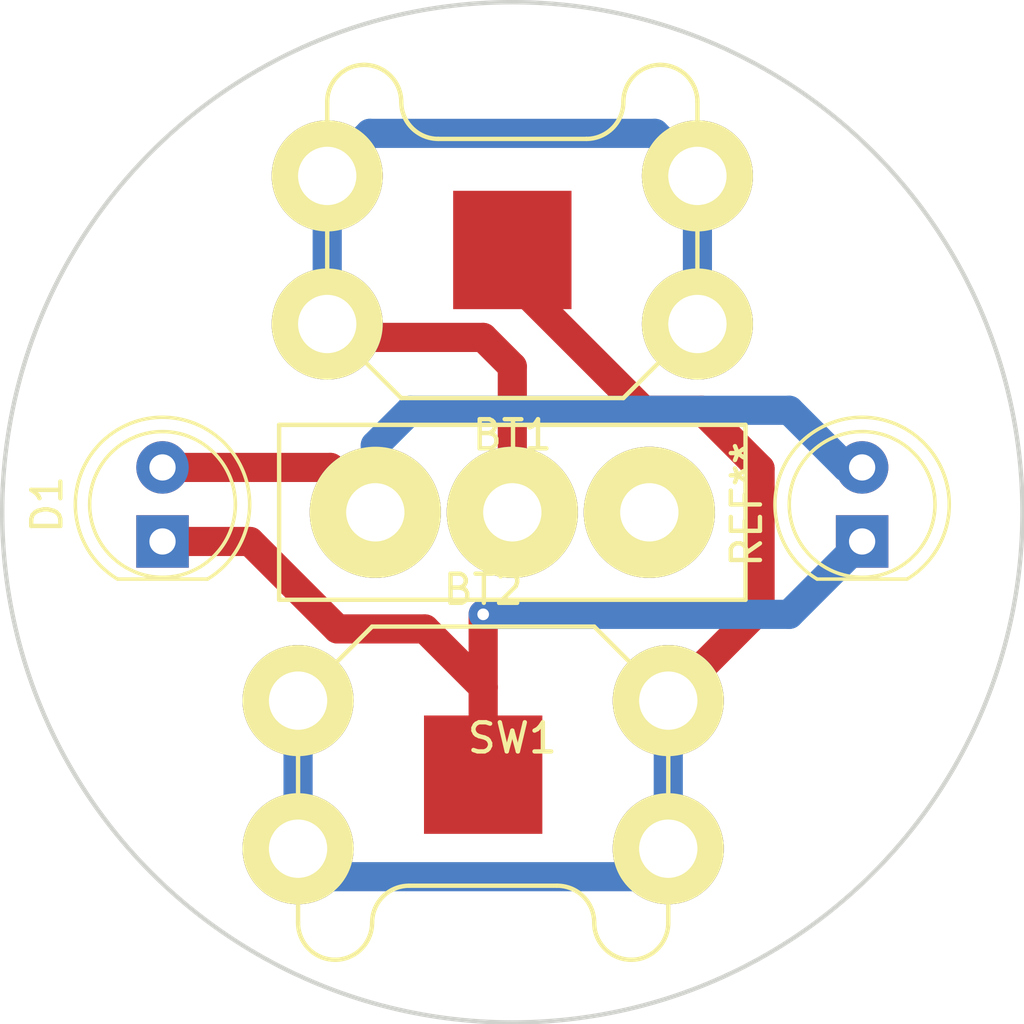
<source format=kicad_pcb>
(kicad_pcb (version 4) (host pcbnew 4.0.1-stable)

  (general
    (links 12)
    (no_connects 0)
    (area 122.424999 97.424999 157.575001 132.575001)
    (thickness 1.6)
    (drawings 1)
    (tracks 37)
    (zones 0)
    (modules 5)
    (nets 6)
  )

  (page A4)
  (layers
    (0 F.Cu signal)
    (31 B.Cu signal)
    (32 B.Adhes user)
    (33 F.Adhes user)
    (34 B.Paste user)
    (35 F.Paste user)
    (36 B.SilkS user)
    (37 F.SilkS user)
    (38 B.Mask user)
    (39 F.Mask user)
    (40 Dwgs.User user)
    (41 Cmts.User user)
    (42 Eco1.User user)
    (43 Eco2.User user)
    (44 Edge.Cuts user)
    (45 Margin user)
    (46 B.CrtYd user)
    (47 F.CrtYd user)
    (48 B.Fab user)
    (49 F.Fab user)
  )

  (setup
    (last_trace_width 1)
    (user_trace_width 1)
    (trace_clearance 0.2)
    (zone_clearance 0.508)
    (zone_45_only no)
    (trace_min 0.2)
    (segment_width 0.2)
    (edge_width 0.15)
    (via_size 0.6)
    (via_drill 0.4)
    (via_min_size 0.4)
    (via_min_drill 0.3)
    (uvia_size 0.3)
    (uvia_drill 0.1)
    (uvias_allowed no)
    (uvia_min_size 0.2)
    (uvia_min_drill 0.1)
    (pcb_text_width 0.3)
    (pcb_text_size 1.5 1.5)
    (mod_edge_width 0.15)
    (mod_text_size 1 1)
    (mod_text_width 0.15)
    (pad_size 1.8 1.8)
    (pad_drill 0.9)
    (pad_to_mask_clearance 0.2)
    (aux_axis_origin 0 0)
    (visible_elements FFFFFF7F)
    (pcbplotparams
      (layerselection 0x00030_80000001)
      (usegerberextensions false)
      (excludeedgelayer true)
      (linewidth 0.100000)
      (plotframeref false)
      (viasonmask false)
      (mode 1)
      (useauxorigin false)
      (hpglpennumber 1)
      (hpglpenspeed 20)
      (hpglpendiameter 15)
      (hpglpenoverlay 2)
      (psnegative false)
      (psa4output false)
      (plotreference true)
      (plotvalue true)
      (plotinvisibletext false)
      (padsonsilk false)
      (subtractmaskfromsilk false)
      (outputformat 1)
      (mirror false)
      (drillshape 1)
      (scaleselection 1)
      (outputdirectory ""))
  )

  (net 0 "")
  (net 1 "Net-(BT1-Pad1)")
  (net 2 "Net-(BT1-Pad2)")
  (net 3 "Net-(BT2-Pad2)")
  (net 4 "Net-(D1-Pad2)")
  (net 5 "Net-(SW1-Pad3)")

  (net_class Default "これは標準のネット クラスです。"
    (clearance 0.2)
    (trace_width 0.25)
    (via_dia 0.6)
    (via_drill 0.4)
    (uvia_dia 0.3)
    (uvia_drill 0.1)
    (add_net "Net-(BT1-Pad1)")
    (add_net "Net-(BT1-Pad2)")
    (add_net "Net-(BT2-Pad2)")
    (add_net "Net-(D1-Pad2)")
    (add_net "Net-(SW1-Pad3)")
  )

  (module Denken:LR44 (layer F.Cu) (tedit 59E0785A) (tstamp 59F30C1D)
    (at 140 106)
    (path /59F2D507)
    (fp_text reference BT1 (at 0 6.35) (layer F.SilkS)
      (effects (font (size 1 1) (thickness 0.15)))
    )
    (fp_text value Battery_Cell (at 0 7.62) (layer F.Fab)
      (effects (font (size 1 1) (thickness 0.15)))
    )
    (fp_line (start -6.35 -3.81) (end -6.35 -5.08) (layer F.SilkS) (width 0.15))
    (fp_line (start 2.54 -3.81) (end -2.54 -3.81) (layer F.SilkS) (width 0.15))
    (fp_arc (start -2.54 -5.08) (end -2.54 -3.81) (angle 90) (layer F.SilkS) (width 0.15))
    (fp_arc (start -5.08 -5.08) (end -5.08 -6.35) (angle 90) (layer F.SilkS) (width 0.15))
    (fp_arc (start -5.08 -5.08) (end -6.35 -5.08) (angle 90) (layer F.SilkS) (width 0.15))
    (fp_arc (start 2.54 -5.08) (end 3.81 -5.08) (angle 90) (layer F.SilkS) (width 0.15))
    (fp_arc (start 5.08 -5.08) (end 3.81 -5.08) (angle 90) (layer F.SilkS) (width 0.15))
    (fp_arc (start 5.08 -5.08) (end 5.08 -6.35) (angle 90) (layer F.SilkS) (width 0.15))
    (fp_line (start 6.35 -3.81) (end 6.35 -5.08) (layer F.SilkS) (width 0.15))
    (fp_line (start 6.35 -3.81) (end 6.35 -2.54) (layer F.SilkS) (width 0.15))
    (fp_line (start -6.35 -3.81) (end -6.35 -2.54) (layer F.SilkS) (width 0.15))
    (fp_line (start -3.81 5.08) (end 3.81 5.08) (layer F.SilkS) (width 0.15))
    (fp_line (start 3.81 5.08) (end 6.35 2.54) (layer F.SilkS) (width 0.15))
    (fp_line (start 6.35 2.54) (end 6.35 -2.54) (layer F.SilkS) (width 0.15))
    (fp_line (start -3.81 5.08) (end -6.35 2.54) (layer F.SilkS) (width 0.15))
    (fp_line (start -6.35 2.54) (end -6.35 -2.54) (layer F.SilkS) (width 0.15))
    (pad 1 thru_hole circle (at -6.35 2.54) (size 3.81 3.81) (drill 2) (layers *.Cu *.Mask F.SilkS)
      (net 1 "Net-(BT1-Pad1)"))
    (pad 1 thru_hole circle (at -6.35 -2.54) (size 3.81 3.81) (drill 2) (layers *.Cu *.Mask F.SilkS)
      (net 1 "Net-(BT1-Pad1)"))
    (pad 1 thru_hole circle (at 6.35 -2.54) (size 3.81 3.81) (drill 2) (layers *.Cu *.Mask F.SilkS)
      (net 1 "Net-(BT1-Pad1)"))
    (pad 1 thru_hole circle (at 6.35 2.54) (size 3.81 3.81) (drill 2) (layers *.Cu *.Mask F.SilkS)
      (net 1 "Net-(BT1-Pad1)"))
    (pad 2 smd rect (at 0 0) (size 4.06 4.06) (layers F.Cu F.Paste F.Mask)
      (net 2 "Net-(BT1-Pad2)"))
  )

  (module Denken:LR44 (layer F.Cu) (tedit 59E0785A) (tstamp 59F30C26)
    (at 139 124 180)
    (path /59F2D530)
    (fp_text reference BT2 (at 0 6.35 180) (layer F.SilkS)
      (effects (font (size 1 1) (thickness 0.15)))
    )
    (fp_text value Battery_Cell (at 0 7.62 180) (layer F.Fab)
      (effects (font (size 1 1) (thickness 0.15)))
    )
    (fp_line (start -6.35 -3.81) (end -6.35 -5.08) (layer F.SilkS) (width 0.15))
    (fp_line (start 2.54 -3.81) (end -2.54 -3.81) (layer F.SilkS) (width 0.15))
    (fp_arc (start -2.54 -5.08) (end -2.54 -3.81) (angle 90) (layer F.SilkS) (width 0.15))
    (fp_arc (start -5.08 -5.08) (end -5.08 -6.35) (angle 90) (layer F.SilkS) (width 0.15))
    (fp_arc (start -5.08 -5.08) (end -6.35 -5.08) (angle 90) (layer F.SilkS) (width 0.15))
    (fp_arc (start 2.54 -5.08) (end 3.81 -5.08) (angle 90) (layer F.SilkS) (width 0.15))
    (fp_arc (start 5.08 -5.08) (end 3.81 -5.08) (angle 90) (layer F.SilkS) (width 0.15))
    (fp_arc (start 5.08 -5.08) (end 5.08 -6.35) (angle 90) (layer F.SilkS) (width 0.15))
    (fp_line (start 6.35 -3.81) (end 6.35 -5.08) (layer F.SilkS) (width 0.15))
    (fp_line (start 6.35 -3.81) (end 6.35 -2.54) (layer F.SilkS) (width 0.15))
    (fp_line (start -6.35 -3.81) (end -6.35 -2.54) (layer F.SilkS) (width 0.15))
    (fp_line (start -3.81 5.08) (end 3.81 5.08) (layer F.SilkS) (width 0.15))
    (fp_line (start 3.81 5.08) (end 6.35 2.54) (layer F.SilkS) (width 0.15))
    (fp_line (start 6.35 2.54) (end 6.35 -2.54) (layer F.SilkS) (width 0.15))
    (fp_line (start -3.81 5.08) (end -6.35 2.54) (layer F.SilkS) (width 0.15))
    (fp_line (start -6.35 2.54) (end -6.35 -2.54) (layer F.SilkS) (width 0.15))
    (pad 1 thru_hole circle (at -6.35 2.54 180) (size 3.81 3.81) (drill 2) (layers *.Cu *.Mask F.SilkS)
      (net 2 "Net-(BT1-Pad2)"))
    (pad 1 thru_hole circle (at -6.35 -2.54 180) (size 3.81 3.81) (drill 2) (layers *.Cu *.Mask F.SilkS)
      (net 2 "Net-(BT1-Pad2)"))
    (pad 1 thru_hole circle (at 6.35 -2.54 180) (size 3.81 3.81) (drill 2) (layers *.Cu *.Mask F.SilkS)
      (net 2 "Net-(BT1-Pad2)"))
    (pad 1 thru_hole circle (at 6.35 2.54 180) (size 3.81 3.81) (drill 2) (layers *.Cu *.Mask F.SilkS)
      (net 2 "Net-(BT1-Pad2)"))
    (pad 2 smd rect (at 0 0 180) (size 4.06 4.06) (layers F.Cu F.Paste F.Mask)
      (net 3 "Net-(BT2-Pad2)"))
  )

  (module LEDs:LED_D5.0mm (layer F.Cu) (tedit 59F30C5E) (tstamp 59F30C2C)
    (at 128 116 90)
    (descr "LED, diameter 5.0mm, 2 pins, http://cdn-reichelt.de/documents/datenblatt/A500/LL-504BC2E-009.pdf")
    (tags "LED diameter 5.0mm 2 pins")
    (path /59F2D56F)
    (fp_text reference D1 (at 1.27 -3.96 90) (layer F.SilkS)
      (effects (font (size 1 1) (thickness 0.15)))
    )
    (fp_text value LED (at 1.27 3.96 90) (layer F.Fab)
      (effects (font (size 1 1) (thickness 0.15)))
    )
    (fp_arc (start 1.27 0) (end -1.23 -1.469694) (angle 299.1) (layer F.Fab) (width 0.1))
    (fp_arc (start 1.27 0) (end -1.29 -1.54483) (angle 148.9) (layer F.SilkS) (width 0.12))
    (fp_arc (start 1.27 0) (end -1.29 1.54483) (angle -148.9) (layer F.SilkS) (width 0.12))
    (fp_circle (center 1.27 0) (end 3.77 0) (layer F.Fab) (width 0.1))
    (fp_circle (center 1.27 0) (end 3.77 0) (layer F.SilkS) (width 0.12))
    (fp_line (start -1.23 -1.469694) (end -1.23 1.469694) (layer F.Fab) (width 0.1))
    (fp_line (start -1.29 -1.545) (end -1.29 1.545) (layer F.SilkS) (width 0.12))
    (fp_line (start -1.95 -3.25) (end -1.95 3.25) (layer F.CrtYd) (width 0.05))
    (fp_line (start -1.95 3.25) (end 4.5 3.25) (layer F.CrtYd) (width 0.05))
    (fp_line (start 4.5 3.25) (end 4.5 -3.25) (layer F.CrtYd) (width 0.05))
    (fp_line (start 4.5 -3.25) (end -1.95 -3.25) (layer F.CrtYd) (width 0.05))
    (fp_text user %R (at 2.54 -1.27 180) (layer F.Fab)
      (effects (font (size 0.8 0.8) (thickness 0.2)))
    )
    (pad 1 thru_hole rect (at 0 0 90) (size 1.8 1.8) (drill 0.9) (layers *.Cu *.Mask)
      (net 3 "Net-(BT2-Pad2)"))
    (pad 2 thru_hole circle (at 2.54 0 90) (size 1.8 1.8) (drill 0.9) (layers *.Cu *.Mask)
      (net 4 "Net-(D1-Pad2)"))
    (model ${KISYS3DMOD}/LEDs.3dshapes/LED_D5.0mm.wrl
      (at (xyz 0 0 0))
      (scale (xyz 0.393701 0.393701 0.393701))
      (rotate (xyz 0 0 0))
    )
  )

  (module Denken:SW_throughHole (layer F.Cu) (tedit 59F2E452) (tstamp 59F30C33)
    (at 140 115)
    (path /59F30BA4)
    (fp_text reference SW1 (at 0 7.747) (layer F.SilkS)
      (effects (font (size 1 1) (thickness 0.15)))
    )
    (fp_text value SW_SPDT (at 0 6.223) (layer F.Fab)
      (effects (font (size 1 1) (thickness 0.15)))
    )
    (fp_line (start -8 -3) (end -8 3) (layer F.SilkS) (width 0.15))
    (fp_line (start -8 3) (end 8 3) (layer F.SilkS) (width 0.15))
    (fp_line (start 8 3) (end 8 -3) (layer F.SilkS) (width 0.15))
    (fp_line (start 8 -3) (end -8 -3) (layer F.SilkS) (width 0.15))
    (pad 2 thru_hole circle (at 0 0) (size 4.5 4.5) (drill 2) (layers *.Cu *.Mask F.SilkS)
      (net 1 "Net-(BT1-Pad1)"))
    (pad 1 thru_hole circle (at -4.7 0) (size 4.5 4.5) (drill 2) (layers *.Cu *.Mask F.SilkS)
      (net 4 "Net-(D1-Pad2)"))
    (pad 3 thru_hole circle (at 4.7 0) (size 4.5 4.5) (drill 2) (layers *.Cu *.Mask F.SilkS)
      (net 5 "Net-(SW1-Pad3)"))
  )

  (module LEDs:LED_D5.0mm (layer F.Cu) (tedit 59F30E1F) (tstamp 59F30E00)
    (at 152 116 90)
    (descr "LED, diameter 5.0mm, 2 pins, http://cdn-reichelt.de/documents/datenblatt/A500/LL-504BC2E-009.pdf")
    (tags "LED diameter 5.0mm 2 pins")
    (fp_text reference REF** (at 1.27 -3.96 90) (layer F.SilkS)
      (effects (font (size 1 1) (thickness 0.15)))
    )
    (fp_text value LED_D5.0mm (at 1.27 3.96 90) (layer F.Fab)
      (effects (font (size 1 1) (thickness 0.15)))
    )
    (fp_arc (start 1.27 0) (end -1.23 -1.469694) (angle 299.1) (layer F.Fab) (width 0.1))
    (fp_arc (start 1.27 0) (end -1.29 -1.54483) (angle 148.9) (layer F.SilkS) (width 0.12))
    (fp_arc (start 1.27 0) (end -1.29 1.54483) (angle -148.9) (layer F.SilkS) (width 0.12))
    (fp_circle (center 1.27 0) (end 3.77 0) (layer F.Fab) (width 0.1))
    (fp_circle (center 1.27 0) (end 3.77 0) (layer F.SilkS) (width 0.12))
    (fp_line (start -1.23 -1.469694) (end -1.23 1.469694) (layer F.Fab) (width 0.1))
    (fp_line (start -1.29 -1.545) (end -1.29 1.545) (layer F.SilkS) (width 0.12))
    (fp_line (start -1.95 -3.25) (end -1.95 3.25) (layer F.CrtYd) (width 0.05))
    (fp_line (start -1.95 3.25) (end 4.5 3.25) (layer F.CrtYd) (width 0.05))
    (fp_line (start 4.5 3.25) (end 4.5 -3.25) (layer F.CrtYd) (width 0.05))
    (fp_line (start 4.5 -3.25) (end -1.95 -3.25) (layer F.CrtYd) (width 0.05))
    (fp_text user %R (at 1.25 0 90) (layer F.Fab)
      (effects (font (size 0.8 0.8) (thickness 0.2)))
    )
    (pad 1 thru_hole rect (at 0 0 90) (size 1.8 1.8) (drill 0.9) (layers *.Cu *.Mask)
      (net 3 "Net-(BT2-Pad2)"))
    (pad 2 thru_hole circle (at 2.54 0 90) (size 1.8 1.8) (drill 0.9) (layers *.Cu *.Mask)
      (net 4 "Net-(D1-Pad2)"))
    (model ${KISYS3DMOD}/LEDs.3dshapes/LED_D5.0mm.wrl
      (at (xyz 0 0 0))
      (scale (xyz 0.393701 0.393701 0.393701))
      (rotate (xyz 0 0 0))
    )
  )

  (gr_circle (center 140 115) (end 157.5 115) (layer Edge.Cuts) (width 0.15))

  (segment (start 133.65 108.54) (end 133.65 103.46) (width 1) (layer B.Cu) (net 1))
  (segment (start 133.65 103.46) (end 135.11 102) (width 1) (layer B.Cu) (net 1) (tstamp 59F30E73))
  (segment (start 144.89 102) (end 146.35 103.46) (width 1) (layer B.Cu) (net 1) (tstamp 59F30E75))
  (segment (start 135.11 102) (end 144.89 102) (width 1) (layer B.Cu) (net 1) (tstamp 59F30E74))
  (segment (start 146.35 103.46) (end 146.35 108.54) (width 1) (layer B.Cu) (net 1) (tstamp 59F30E79))
  (segment (start 140 115) (end 140 110) (width 1) (layer F.Cu) (net 1))
  (segment (start 139 109) (end 134.11 109) (width 1) (layer F.Cu) (net 1) (tstamp 59F30DE8))
  (segment (start 140 110) (end 139 109) (width 1) (layer F.Cu) (net 1) (tstamp 59F30DE7))
  (segment (start 134.11 109) (end 133.65 108.54) (width 1) (layer F.Cu) (net 1) (tstamp 59F30DE9))
  (segment (start 140 106) (end 140 107) (width 1) (layer F.Cu) (net 2))
  (segment (start 140 107) (end 144.5 111.5) (width 1) (layer F.Cu) (net 2) (tstamp 59F30EAC))
  (segment (start 148.5 118.31) (end 145.35 121.46) (width 1) (layer F.Cu) (net 2) (tstamp 59F30EB7))
  (segment (start 148.5 113.5) (end 148.5 118.31) (width 1) (layer F.Cu) (net 2) (tstamp 59F30EB3))
  (segment (start 146.5 111.5) (end 148.5 113.5) (width 1) (layer F.Cu) (net 2) (tstamp 59F30EB1))
  (segment (start 144.5 111.5) (end 146.5 111.5) (width 1) (layer F.Cu) (net 2) (tstamp 59F30EAE))
  (segment (start 132.65 121.46) (end 132.65 126.54) (width 1) (layer B.Cu) (net 2))
  (segment (start 132.65 126.54) (end 133.61 127.5) (width 1) (layer B.Cu) (net 2) (tstamp 59F30E7E))
  (segment (start 133.61 127.5) (end 144.39 127.5) (width 1) (layer B.Cu) (net 2) (tstamp 59F30E7F))
  (segment (start 144.39 127.5) (end 145.35 126.54) (width 1) (layer B.Cu) (net 2) (tstamp 59F30E80))
  (segment (start 145.35 126.54) (end 145.35 121.46) (width 1) (layer B.Cu) (net 2) (tstamp 59F30E81))
  (segment (start 140 106) (end 140 106.5) (width 1) (layer F.Cu) (net 2))
  (segment (start 152 116) (end 149.5 118.5) (width 1) (layer B.Cu) (net 3))
  (segment (start 139 118.5) (end 139 121) (width 1) (layer F.Cu) (net 3) (tstamp 59F30EC4))
  (via (at 139 118.5) (size 0.6) (drill 0.4) (layers F.Cu B.Cu) (net 3))
  (segment (start 149.5 118.5) (end 139 118.5) (width 1) (layer B.Cu) (net 3) (tstamp 59F30EBD))
  (segment (start 128 116) (end 131 116) (width 1) (layer F.Cu) (net 3))
  (segment (start 139 121) (end 139 124) (width 1) (layer F.Cu) (net 3) (tstamp 59F30DF2))
  (segment (start 137 119) (end 139 121) (width 1) (layer F.Cu) (net 3) (tstamp 59F30DF1))
  (segment (start 134 119) (end 137 119) (width 1) (layer F.Cu) (net 3) (tstamp 59F30DF0))
  (segment (start 131 116) (end 134 119) (width 1) (layer F.Cu) (net 3) (tstamp 59F30DEF))
  (segment (start 152 113.46) (end 151.46 113.46) (width 1) (layer B.Cu) (net 4))
  (segment (start 151.46 113.46) (end 149.5 111.5) (width 1) (layer B.Cu) (net 4) (tstamp 59F30E2B))
  (segment (start 149.5 111.5) (end 136.5 111.5) (width 1) (layer B.Cu) (net 4) (tstamp 59F30E2C))
  (segment (start 136.5 111.5) (end 135.3 112.7) (width 1) (layer B.Cu) (net 4) (tstamp 59F30E31))
  (segment (start 135.3 112.7) (end 135.3 115) (width 1) (layer B.Cu) (net 4) (tstamp 59F30E32))
  (segment (start 128 113.46) (end 133.76 113.46) (width 1) (layer F.Cu) (net 4))
  (segment (start 133.76 113.46) (end 135.3 115) (width 1) (layer F.Cu) (net 4) (tstamp 59F30DEC))

)

</source>
